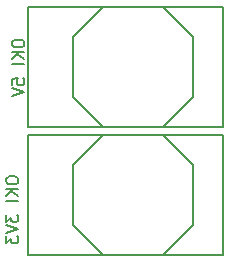
<source format=gbr>
%TF.GenerationSoftware,KiCad,Pcbnew,(5.1.10)-1*%
%TF.CreationDate,2021-11-15T21:10:30-06:00*%
%TF.ProjectId,Driveboard_2022,44726976-6562-46f6-9172-645f32303232,rev?*%
%TF.SameCoordinates,Original*%
%TF.FileFunction,Legend,Bot*%
%TF.FilePolarity,Positive*%
%FSLAX46Y46*%
G04 Gerber Fmt 4.6, Leading zero omitted, Abs format (unit mm)*
G04 Created by KiCad (PCBNEW (5.1.10)-1) date 2021-11-15 21:10:30*
%MOMM*%
%LPD*%
G01*
G04 APERTURE LIST*
%ADD10C,0.150000*%
G04 APERTURE END LIST*
D10*
%TO.C,U6*%
X169799000Y-58166000D02*
X153289000Y-58166000D01*
X153289000Y-68326000D02*
X169799000Y-68326000D01*
X153289000Y-58166000D02*
X153289000Y-68326000D01*
X169799000Y-58166000D02*
X169799000Y-68326000D01*
X157099000Y-60706000D02*
X157099000Y-65786000D01*
X159639000Y-58166000D02*
X157099000Y-60706000D01*
X164719000Y-58166000D02*
X159639000Y-58166000D01*
X167259000Y-60706000D02*
X164719000Y-58166000D01*
X167259000Y-65786000D02*
X167259000Y-60706000D01*
X164719000Y-68326000D02*
X167259000Y-65786000D01*
X159639000Y-68326000D02*
X164719000Y-68326000D01*
X157099000Y-65786000D02*
X159639000Y-68326000D01*
%TO.C,U5*%
X169799000Y-68961000D02*
X153289000Y-68961000D01*
X153289000Y-79121000D02*
X169799000Y-79121000D01*
X153289000Y-68961000D02*
X153289000Y-79121000D01*
X169799000Y-68961000D02*
X169799000Y-79121000D01*
X157099000Y-71501000D02*
X157099000Y-76581000D01*
X159639000Y-68961000D02*
X157099000Y-71501000D01*
X164719000Y-68961000D02*
X159639000Y-68961000D01*
X167259000Y-71501000D02*
X164719000Y-68961000D01*
X167259000Y-76581000D02*
X167259000Y-71501000D01*
X164719000Y-79121000D02*
X167259000Y-76581000D01*
X159639000Y-79121000D02*
X164719000Y-79121000D01*
X157099000Y-76581000D02*
X159639000Y-79121000D01*
%TO.C,U6*%
X151979380Y-61126952D02*
X151979380Y-61317428D01*
X152027000Y-61412666D01*
X152122238Y-61507904D01*
X152312714Y-61555523D01*
X152646047Y-61555523D01*
X152836523Y-61507904D01*
X152931761Y-61412666D01*
X152979380Y-61317428D01*
X152979380Y-61126952D01*
X152931761Y-61031714D01*
X152836523Y-60936476D01*
X152646047Y-60888857D01*
X152312714Y-60888857D01*
X152122238Y-60936476D01*
X152027000Y-61031714D01*
X151979380Y-61126952D01*
X152979380Y-61984095D02*
X151979380Y-61984095D01*
X152979380Y-62555523D02*
X152407952Y-62126952D01*
X151979380Y-62555523D02*
X152550809Y-61984095D01*
X152979380Y-62984095D02*
X151979380Y-62984095D01*
X151979380Y-64698380D02*
X151979380Y-64222190D01*
X152455571Y-64174571D01*
X152407952Y-64222190D01*
X152360333Y-64317428D01*
X152360333Y-64555523D01*
X152407952Y-64650761D01*
X152455571Y-64698380D01*
X152550809Y-64746000D01*
X152788904Y-64746000D01*
X152884142Y-64698380D01*
X152931761Y-64650761D01*
X152979380Y-64555523D01*
X152979380Y-64317428D01*
X152931761Y-64222190D01*
X152884142Y-64174571D01*
X151979380Y-65031714D02*
X152979380Y-65365047D01*
X151979380Y-65698380D01*
%TO.C,U5*%
X151471380Y-72715761D02*
X151471380Y-72906238D01*
X151519000Y-73001476D01*
X151614238Y-73096714D01*
X151804714Y-73144333D01*
X152138047Y-73144333D01*
X152328523Y-73096714D01*
X152423761Y-73001476D01*
X152471380Y-72906238D01*
X152471380Y-72715761D01*
X152423761Y-72620523D01*
X152328523Y-72525285D01*
X152138047Y-72477666D01*
X151804714Y-72477666D01*
X151614238Y-72525285D01*
X151519000Y-72620523D01*
X151471380Y-72715761D01*
X152471380Y-73572904D02*
X151471380Y-73572904D01*
X152471380Y-74144333D02*
X151899952Y-73715761D01*
X151471380Y-74144333D02*
X152042809Y-73572904D01*
X152471380Y-74572904D02*
X151471380Y-74572904D01*
X151471380Y-75715761D02*
X151471380Y-76334809D01*
X151852333Y-76001476D01*
X151852333Y-76144333D01*
X151899952Y-76239571D01*
X151947571Y-76287190D01*
X152042809Y-76334809D01*
X152280904Y-76334809D01*
X152376142Y-76287190D01*
X152423761Y-76239571D01*
X152471380Y-76144333D01*
X152471380Y-75858619D01*
X152423761Y-75763380D01*
X152376142Y-75715761D01*
X151471380Y-76620523D02*
X152471380Y-76953857D01*
X151471380Y-77287190D01*
X151471380Y-77525285D02*
X151471380Y-78144333D01*
X151852333Y-77811000D01*
X151852333Y-77953857D01*
X151899952Y-78049095D01*
X151947571Y-78096714D01*
X152042809Y-78144333D01*
X152280904Y-78144333D01*
X152376142Y-78096714D01*
X152423761Y-78049095D01*
X152471380Y-77953857D01*
X152471380Y-77668142D01*
X152423761Y-77572904D01*
X152376142Y-77525285D01*
%TD*%
M02*

</source>
